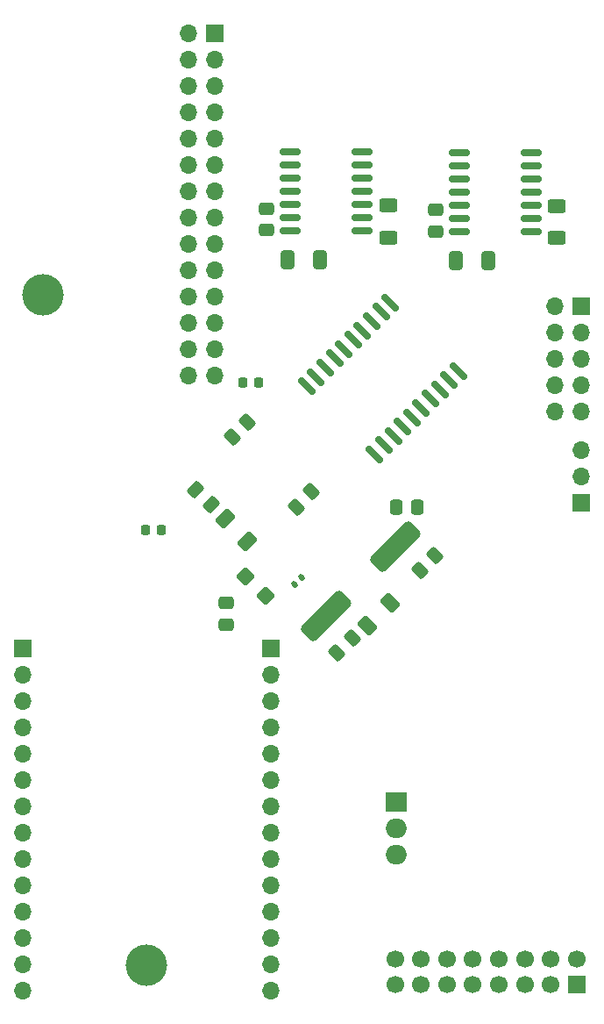
<source format=gbr>
%TF.GenerationSoftware,KiCad,Pcbnew,(6.0.6)*%
%TF.CreationDate,2022-11-26T14:51:24+01:00*%
%TF.ProjectId,wt,77742e6b-6963-4616-945f-706362585858,rev?*%
%TF.SameCoordinates,Original*%
%TF.FileFunction,Soldermask,Top*%
%TF.FilePolarity,Negative*%
%FSLAX46Y46*%
G04 Gerber Fmt 4.6, Leading zero omitted, Abs format (unit mm)*
G04 Created by KiCad (PCBNEW (6.0.6)) date 2022-11-26 14:51:24*
%MOMM*%
%LPD*%
G01*
G04 APERTURE LIST*
G04 Aperture macros list*
%AMRoundRect*
0 Rectangle with rounded corners*
0 $1 Rounding radius*
0 $2 $3 $4 $5 $6 $7 $8 $9 X,Y pos of 4 corners*
0 Add a 4 corners polygon primitive as box body*
4,1,4,$2,$3,$4,$5,$6,$7,$8,$9,$2,$3,0*
0 Add four circle primitives for the rounded corners*
1,1,$1+$1,$2,$3*
1,1,$1+$1,$4,$5*
1,1,$1+$1,$6,$7*
1,1,$1+$1,$8,$9*
0 Add four rect primitives between the rounded corners*
20,1,$1+$1,$2,$3,$4,$5,0*
20,1,$1+$1,$4,$5,$6,$7,0*
20,1,$1+$1,$6,$7,$8,$9,0*
20,1,$1+$1,$8,$9,$2,$3,0*%
G04 Aperture macros list end*
%ADD10RoundRect,0.500000X-1.237437X-1.944544X1.944544X1.237437X1.237437X1.944544X-1.944544X-1.237437X0*%
%ADD11RoundRect,0.250000X0.412500X0.650000X-0.412500X0.650000X-0.412500X-0.650000X0.412500X-0.650000X0*%
%ADD12RoundRect,0.250000X-0.412500X-0.650000X0.412500X-0.650000X0.412500X0.650000X-0.412500X0.650000X0*%
%ADD13RoundRect,0.225000X0.225000X0.250000X-0.225000X0.250000X-0.225000X-0.250000X0.225000X-0.250000X0*%
%ADD14RoundRect,0.250000X0.475000X-0.337500X0.475000X0.337500X-0.475000X0.337500X-0.475000X-0.337500X0*%
%ADD15RoundRect,0.250000X-0.475000X0.337500X-0.475000X-0.337500X0.475000X-0.337500X0.475000X0.337500X0*%
%ADD16RoundRect,0.225000X-0.225000X-0.250000X0.225000X-0.250000X0.225000X0.250000X-0.225000X0.250000X0*%
%ADD17RoundRect,0.250000X0.724784X0.159099X0.159099X0.724784X-0.724784X-0.159099X-0.159099X-0.724784X0*%
%ADD18RoundRect,0.250000X0.097227X-0.574524X0.574524X-0.097227X-0.097227X0.574524X-0.574524X0.097227X0*%
%ADD19C,4.000000*%
%ADD20RoundRect,0.250000X-0.625000X0.400000X-0.625000X-0.400000X0.625000X-0.400000X0.625000X0.400000X0*%
%ADD21R,1.700000X1.700000*%
%ADD22O,1.700000X1.700000*%
%ADD23RoundRect,0.150000X-0.724784X0.512652X0.512652X-0.724784X0.724784X-0.512652X-0.512652X0.724784X0*%
%ADD24RoundRect,0.140000X0.021213X-0.219203X0.219203X-0.021213X-0.021213X0.219203X-0.219203X0.021213X0*%
%ADD25RoundRect,0.250000X0.159099X-0.724784X0.724784X-0.159099X-0.159099X0.724784X-0.724784X0.159099X0*%
%ADD26RoundRect,0.150000X0.837500X0.150000X-0.837500X0.150000X-0.837500X-0.150000X0.837500X-0.150000X0*%
%ADD27RoundRect,0.250000X-0.574524X-0.097227X-0.097227X-0.574524X0.574524X0.097227X0.097227X0.574524X0*%
%ADD28RoundRect,0.250000X-0.097227X0.574524X-0.574524X0.097227X0.097227X-0.574524X0.574524X-0.097227X0*%
%ADD29RoundRect,0.250000X0.618718X-0.017678X-0.017678X0.618718X-0.618718X0.017678X0.017678X-0.618718X0*%
%ADD30RoundRect,0.250000X-0.337500X-0.475000X0.337500X-0.475000X0.337500X0.475000X-0.337500X0.475000X0*%
%ADD31R,2.000000X1.905000*%
%ADD32O,2.000000X1.905000*%
%ADD33C,1.700000*%
G04 APERTURE END LIST*
D10*
%TO.C,Y1*%
X42452208Y44113163D03*
X49169722Y50830677D03*
%TD*%
D11*
%TO.C,C8*%
X58153700Y78460600D03*
X55028700Y78460600D03*
%TD*%
D12*
%TO.C,C9*%
X38706637Y78511400D03*
X41831637Y78511400D03*
%TD*%
D13*
%TO.C,C4*%
X26581400Y52476400D03*
X25031400Y52476400D03*
%TD*%
D14*
%TO.C,C17*%
X53035200Y81258500D03*
X53035200Y83333500D03*
%TD*%
D15*
%TO.C,C35*%
X32816800Y45411300D03*
X32816800Y43336300D03*
%TD*%
D16*
%TO.C,C5*%
X34378600Y66649600D03*
X35928600Y66649600D03*
%TD*%
D17*
%TO.C,R4*%
X34878016Y51329584D03*
X32685984Y53521616D03*
%TD*%
D18*
%TO.C,C36*%
X33378577Y61394777D03*
X34845823Y62862023D03*
%TD*%
D19*
%TO.C,REF\u002A\u002A*%
X15134713Y75136886D03*
%TD*%
D20*
%TO.C,R12*%
X64770000Y83719000D03*
X64770000Y80619000D03*
%TD*%
D21*
%TO.C,BackBoard_2*%
X13207600Y41000000D03*
D22*
X13207600Y38460000D03*
X13207600Y35920000D03*
X13207600Y33380000D03*
X13207600Y30840000D03*
X13207600Y28300000D03*
X13207600Y25760000D03*
X13207600Y23220000D03*
X13207600Y20680000D03*
X13207600Y18140000D03*
X13207600Y15600000D03*
X13207600Y13060000D03*
X13207600Y10520000D03*
X13207600Y7980000D03*
%TD*%
D23*
%TO.C,U7*%
X48657469Y74385162D03*
X47759443Y73487136D03*
X46861417Y72589111D03*
X45963392Y71691085D03*
X45065366Y70793059D03*
X44167341Y69895034D03*
X43269315Y68997008D03*
X42371289Y68098983D03*
X41473264Y67200957D03*
X40575238Y66302931D03*
X47151331Y59726838D03*
X48049357Y60624864D03*
X48947383Y61522889D03*
X49845408Y62420915D03*
X50743434Y63318941D03*
X51641459Y64216966D03*
X52539485Y65114992D03*
X53437511Y66013017D03*
X54335536Y66911043D03*
X55233562Y67809069D03*
%TD*%
D20*
%TO.C,R11*%
X48437800Y83769800D03*
X48437800Y80669800D03*
%TD*%
D24*
%TO.C,C6*%
X39436989Y47209389D03*
X40115811Y47888211D03*
%TD*%
D25*
%TO.C,R2*%
X46452784Y43252384D03*
X48644816Y45444416D03*
%TD*%
D21*
%TO.C,BackBoard_1*%
X31750000Y100402600D03*
D22*
X29210000Y100402600D03*
X31750000Y97862600D03*
X29210000Y97862600D03*
X31750000Y95322600D03*
X29210000Y95322600D03*
X31750000Y92782600D03*
X29210000Y92782600D03*
X31750000Y90242600D03*
X29210000Y90242600D03*
X31750000Y87702600D03*
X29210000Y87702600D03*
X31750000Y85162600D03*
X29210000Y85162600D03*
X31750000Y82622600D03*
X29210000Y82622600D03*
X31750000Y80082600D03*
X29210000Y80082600D03*
X31750000Y77542600D03*
X29210000Y77542600D03*
X31750000Y75002600D03*
X29210000Y75002600D03*
X31750000Y72462600D03*
X29210000Y72462600D03*
X31750000Y69922600D03*
X29210000Y69922600D03*
X31750000Y67382600D03*
X29210000Y67382600D03*
%TD*%
D26*
%TO.C,U6*%
X62263500Y81254600D03*
X62263500Y82524600D03*
X62263500Y83794600D03*
X62263500Y85064600D03*
X62263500Y86334600D03*
X62263500Y87604600D03*
X62263500Y88874600D03*
X55338500Y88874600D03*
X55338500Y87604600D03*
X55338500Y86334600D03*
X55338500Y85064600D03*
X55338500Y83794600D03*
X55338500Y82524600D03*
X55338500Y81254600D03*
%TD*%
D27*
%TO.C,C34*%
X29873377Y56359623D03*
X31340623Y54892377D03*
%TD*%
D19*
%TO.C,REF\u002A\u002A*%
X25095200Y10429200D03*
%TD*%
D28*
%TO.C,C33*%
X41043423Y56131023D03*
X39576177Y54663777D03*
%TD*%
D29*
%TO.C,C7*%
X36616194Y46060806D03*
X34707006Y47969994D03*
%TD*%
D28*
%TO.C,C2*%
X44980423Y42034023D03*
X43513177Y40566777D03*
%TD*%
D14*
%TO.C,C23*%
X36703000Y81360100D03*
X36703000Y83435100D03*
%TD*%
D30*
%TO.C,C43*%
X49229100Y54610000D03*
X51304100Y54610000D03*
%TD*%
D18*
%TO.C,C1*%
X51507826Y48519798D03*
X52975072Y49987044D03*
%TD*%
D21*
%TO.C,BackBoard_3*%
X37159800Y41000000D03*
D22*
X37159800Y38460000D03*
X37159800Y35920000D03*
X37159800Y33380000D03*
X37159800Y30840000D03*
X37159800Y28300000D03*
X37159800Y25760000D03*
X37159800Y23220000D03*
X37159800Y20680000D03*
X37159800Y18140000D03*
X37159800Y15600000D03*
X37159800Y13060000D03*
X37159800Y10520000D03*
X37159800Y7980000D03*
%TD*%
D26*
%TO.C,U5*%
X45941437Y81305400D03*
X45941437Y82575400D03*
X45941437Y83845400D03*
X45941437Y85115400D03*
X45941437Y86385400D03*
X45941437Y87655400D03*
X45941437Y88925400D03*
X39016437Y88925400D03*
X39016437Y87655400D03*
X39016437Y86385400D03*
X39016437Y85115400D03*
X39016437Y83845400D03*
X39016437Y82575400D03*
X39016437Y81305400D03*
%TD*%
D21*
%TO.C,J2*%
X67111800Y74061400D03*
D22*
X64571800Y74061400D03*
X67111800Y71521400D03*
X64571800Y71521400D03*
X67111800Y68981400D03*
X64571800Y68981400D03*
X67111800Y66441400D03*
X64571800Y66441400D03*
X67111800Y63901400D03*
X64571800Y63901400D03*
%TD*%
D21*
%TO.C,JP1*%
X67106800Y55031399D03*
D22*
X67106800Y57571399D03*
X67106800Y60111399D03*
%TD*%
D31*
%TO.C,U18*%
X49255800Y26187400D03*
D32*
X49255800Y23647400D03*
X49255800Y21107400D03*
%TD*%
D21*
%TO.C,U16*%
X66640600Y8579800D03*
D33*
X66640600Y11079800D03*
X64140600Y8579800D03*
X64140600Y11079800D03*
X61640600Y8579800D03*
X61640600Y11079800D03*
X59140600Y8579800D03*
X59140600Y11079800D03*
X56640600Y8579800D03*
X56640600Y11079800D03*
X54140600Y8579800D03*
X54140600Y11079800D03*
X51640600Y8579800D03*
X51640600Y11079800D03*
X49140600Y8579800D03*
X49140600Y11079800D03*
%TD*%
M02*

</source>
